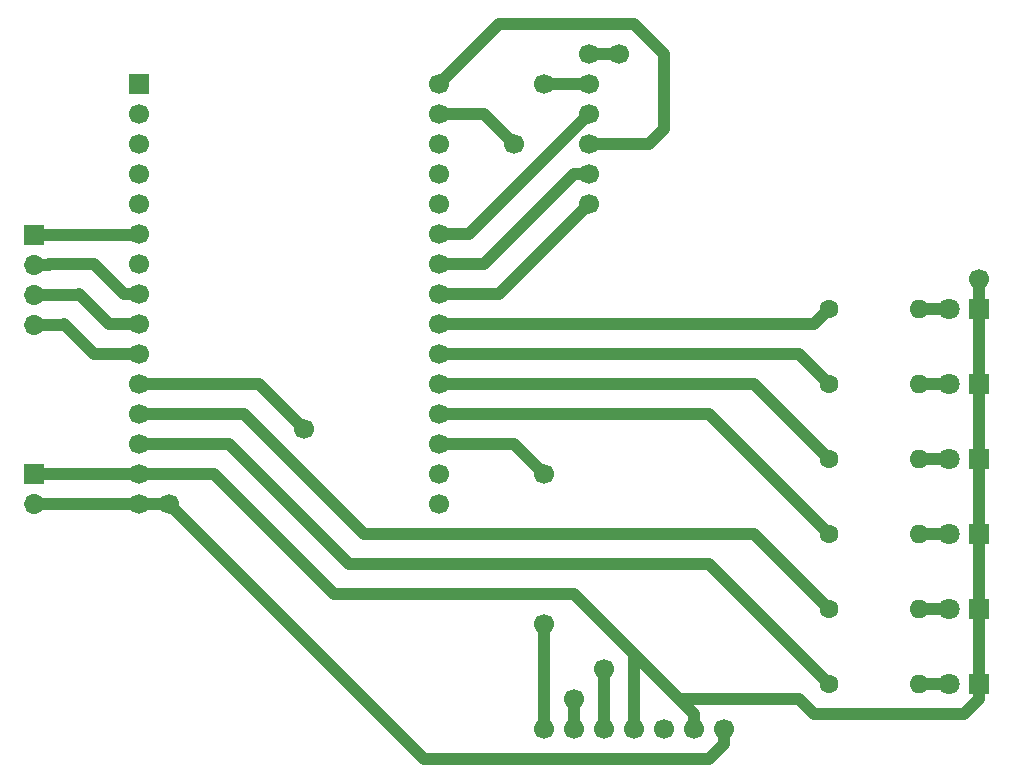
<source format=gbr>
%TF.GenerationSoftware,KiCad,Pcbnew,7.0.10*%
%TF.CreationDate,2024-04-22T12:45:59-04:00*%
%TF.ProjectId,ping_pong_esp32,70696e67-5f70-46f6-9e67-5f6573703332,rev?*%
%TF.SameCoordinates,Original*%
%TF.FileFunction,Copper,L2,Bot*%
%TF.FilePolarity,Positive*%
%FSLAX46Y46*%
G04 Gerber Fmt 4.6, Leading zero omitted, Abs format (unit mm)*
G04 Created by KiCad (PCBNEW 7.0.10) date 2024-04-22 12:45:59*
%MOMM*%
%LPD*%
G01*
G04 APERTURE LIST*
%TA.AperFunction,ComponentPad*%
%ADD10C,1.800000*%
%TD*%
%TA.AperFunction,ComponentPad*%
%ADD11R,1.800000X1.800000*%
%TD*%
%TA.AperFunction,ComponentPad*%
%ADD12R,1.700000X1.700000*%
%TD*%
%TA.AperFunction,ComponentPad*%
%ADD13O,1.700000X1.700000*%
%TD*%
%TA.AperFunction,ComponentPad*%
%ADD14C,1.700000*%
%TD*%
%TA.AperFunction,ComponentPad*%
%ADD15C,1.600000*%
%TD*%
%TA.AperFunction,ComponentPad*%
%ADD16O,1.600000X1.600000*%
%TD*%
%TA.AperFunction,ViaPad*%
%ADD17C,1.700000*%
%TD*%
%TA.AperFunction,Conductor*%
%ADD18C,1.000000*%
%TD*%
G04 APERTURE END LIST*
D10*
%TO.P,D106,2,A*%
%TO.N,Net-(D106-A)*%
X85090000Y-35560000D03*
D11*
%TO.P,D106,1,K*%
%TO.N,GND*%
X87630000Y-35560000D03*
%TD*%
%TO.P,D105,1,K*%
%TO.N,GND*%
X87630000Y-41910000D03*
D10*
%TO.P,D105,2,A*%
%TO.N,Net-(D105-A)*%
X85090000Y-41910000D03*
%TD*%
D11*
%TO.P,D104,1,K*%
%TO.N,GND*%
X87630000Y-48260000D03*
D10*
%TO.P,D104,2,A*%
%TO.N,Net-(D104-A)*%
X85090000Y-48260000D03*
%TD*%
D11*
%TO.P,D103,1,K*%
%TO.N,GND*%
X87630000Y-54610000D03*
D10*
%TO.P,D103,2,A*%
%TO.N,Net-(D103-A)*%
X85090000Y-54610000D03*
%TD*%
D11*
%TO.P,D102,1,K*%
%TO.N,GND*%
X87630000Y-60960000D03*
D10*
%TO.P,D102,2,A*%
%TO.N,Net-(D102-A)*%
X85090000Y-60960000D03*
%TD*%
D12*
%TO.P,J102,1,Pin_1*%
%TO.N,GND*%
X7620000Y-49530000D03*
D13*
%TO.P,J102,2,Pin_2*%
%TO.N,5V*%
X7620000Y-52070000D03*
%TD*%
D12*
%TO.P,J101,1,Pin_1*%
%TO.N,SPI_SS*%
X7645000Y-29220000D03*
D13*
%TO.P,J101,2,Pin_2*%
%TO.N,SPI_SCLK*%
X7645000Y-31760000D03*
%TO.P,J101,3,Pin_3*%
%TO.N,SPI_MISO*%
X7645000Y-34300000D03*
%TO.P,J101,4,Pin_4*%
%TO.N,SPI_MOSI*%
X7645000Y-36840000D03*
%TD*%
D14*
%TO.P,U103,1,LRC*%
%TO.N,5V*%
X66040000Y-71120000D03*
%TO.P,U103,2,BCLK*%
%TO.N,GND*%
X63500000Y-71120000D03*
%TO.P,U103,3,DIN*%
%TO.N,unconnected-(U103-DIN-Pad3)*%
X60960000Y-71120000D03*
%TO.P,U103,4,GAIN*%
%TO.N,GND*%
X58420000Y-71120000D03*
%TO.P,U103,5,SD*%
%TO.N,DIN*%
X55880000Y-71120000D03*
%TO.P,U103,6,GND*%
%TO.N,BCLK*%
X53340000Y-71120000D03*
%TO.P,U103,7,Vin*%
%TO.N,LRC*%
X50800000Y-71120000D03*
%TD*%
D12*
%TO.P,U102,1,EN*%
%TO.N,unconnected-(U102-EN-Pad1)*%
X16510000Y-16510000D03*
D14*
%TO.P,U102,2,VP*%
%TO.N,unconnected-(U102-VP-Pad2)*%
X16510000Y-19050000D03*
%TO.P,U102,3,VN*%
%TO.N,unconnected-(U102-VN-Pad3)*%
X16510000Y-21590000D03*
%TO.P,U102,4,D34*%
%TO.N,unconnected-(U102-D34-Pad4)*%
X16510000Y-24130000D03*
%TO.P,U102,5,D35*%
%TO.N,unconnected-(U102-D35-Pad5)*%
X16510000Y-26670000D03*
%TO.P,U102,6,D32*%
%TO.N,SPI_SS*%
X16510000Y-29210000D03*
%TO.P,U102,7,D33*%
%TO.N,unconnected-(U102-D33-Pad7)*%
X16510000Y-31750000D03*
%TO.P,U102,8,D25*%
%TO.N,SPI_SCLK*%
X16510000Y-34290000D03*
%TO.P,U102,9,D26*%
%TO.N,SPI_MISO*%
X16510000Y-36830000D03*
%TO.P,U102,10,D27*%
%TO.N,SPI_MOSI*%
X16510000Y-39370000D03*
%TO.P,U102,11,D14*%
%TO.N,BCLK*%
X16510000Y-41910000D03*
%TO.P,U102,12,D12*%
%TO.N,Net-(U102-D12)*%
X16510000Y-44450000D03*
%TO.P,U102,13,D13*%
%TO.N,Net-(U102-D13)*%
X16510000Y-46990000D03*
%TO.P,U102,14,GND*%
%TO.N,GND*%
X16510000Y-49530000D03*
%TO.P,U102,15,VIN*%
%TO.N,5V*%
X16510000Y-52070000D03*
%TO.P,U102,16,3V3*%
%TO.N,unconnected-(U102-3V3-Pad16)*%
X41910000Y-52070000D03*
%TO.P,U102,17,GND*%
%TO.N,unconnected-(U102-GND-Pad17)*%
X41910000Y-49530000D03*
%TO.P,U102,18,D15*%
%TO.N,LRC*%
X41910000Y-46990000D03*
%TO.P,U102,19,D2*%
%TO.N,Net-(U102-D2)*%
X41910000Y-44450000D03*
%TO.P,U102,20,D4*%
%TO.N,Net-(U102-D4)*%
X41910000Y-41910000D03*
%TO.P,U102,21,D16*%
%TO.N,Net-(U102-D16)*%
X41910000Y-39370000D03*
%TO.P,U102,22,D17*%
%TO.N,Net-(U102-D17)*%
X41910000Y-36830000D03*
%TO.P,U102,23,D5*%
%TO.N,Net-(U101-CS)*%
X41910000Y-34290000D03*
%TO.P,U102,24,D18*%
%TO.N,Net-(U101-SCK)*%
X41910000Y-31750000D03*
%TO.P,U102,25,D19*%
%TO.N,Net-(U101-MISO)*%
X41910000Y-29210000D03*
%TO.P,U102,26,D21*%
%TO.N,unconnected-(U102-D21-Pad26)*%
X41910000Y-26670000D03*
%TO.P,U102,27,RX0*%
%TO.N,unconnected-(U102-RX0-Pad27)*%
X41910000Y-24130000D03*
%TO.P,U102,28,TX0*%
%TO.N,unconnected-(U102-TX0-Pad28)*%
X41910000Y-21590000D03*
%TO.P,U102,29,D22*%
%TO.N,DIN*%
X41910000Y-19050000D03*
%TO.P,U102,30,D23*%
%TO.N,Net-(U101-MOSI)*%
X41910000Y-16510000D03*
%TD*%
%TO.P,U101,1,CS*%
%TO.N,Net-(U101-CS)*%
X54610000Y-26670000D03*
%TO.P,U101,2,SCK*%
%TO.N,Net-(U101-SCK)*%
X54610000Y-24130000D03*
%TO.P,U101,3,MOSI*%
%TO.N,Net-(U101-MOSI)*%
X54610000Y-21590000D03*
%TO.P,U101,4,MISO*%
%TO.N,Net-(U101-MISO)*%
X54610000Y-19050000D03*
%TO.P,U101,5,VCC*%
%TO.N,5V*%
X54610000Y-16510000D03*
%TO.P,U101,6,GND*%
%TO.N,GND*%
X54610000Y-13970000D03*
%TD*%
D15*
%TO.P,R106,1*%
%TO.N,Net-(U102-D17)*%
X74930000Y-35560000D03*
D16*
%TO.P,R106,2*%
%TO.N,Net-(D106-A)*%
X82550000Y-35560000D03*
%TD*%
D15*
%TO.P,R105,1*%
%TO.N,Net-(U102-D16)*%
X74930000Y-41910000D03*
D16*
%TO.P,R105,2*%
%TO.N,Net-(D105-A)*%
X82550000Y-41910000D03*
%TD*%
D15*
%TO.P,R104,1*%
%TO.N,Net-(U102-D4)*%
X74930000Y-48260000D03*
D16*
%TO.P,R104,2*%
%TO.N,Net-(D104-A)*%
X82550000Y-48260000D03*
%TD*%
D15*
%TO.P,R103,1*%
%TO.N,Net-(U102-D2)*%
X74930000Y-54610000D03*
D16*
%TO.P,R103,2*%
%TO.N,Net-(D103-A)*%
X82550000Y-54610000D03*
%TD*%
D15*
%TO.P,R102,1*%
%TO.N,Net-(U102-D12)*%
X74930000Y-60960000D03*
D16*
%TO.P,R102,2*%
%TO.N,Net-(D102-A)*%
X82550000Y-60960000D03*
%TD*%
D15*
%TO.P,R101,1*%
%TO.N,Net-(U102-D13)*%
X74930000Y-67310000D03*
D16*
%TO.P,R101,2*%
%TO.N,Net-(D101-A)*%
X82550000Y-67310000D03*
%TD*%
D11*
%TO.P,D101,1,K*%
%TO.N,GND*%
X87630000Y-67310000D03*
D10*
%TO.P,D101,2,A*%
%TO.N,Net-(D101-A)*%
X85090000Y-67310000D03*
%TD*%
D17*
%TO.N,LRC*%
X50800000Y-49530000D03*
X50800000Y-62230000D03*
%TO.N,BCLK*%
X30480000Y-45720000D03*
X53340000Y-68580000D03*
%TO.N,5V*%
X19050000Y-52070000D03*
%TO.N,GND*%
X87630000Y-33020000D03*
X57150000Y-13970000D03*
%TO.N,5V*%
X50800000Y-16510000D03*
%TO.N,DIN*%
X48260000Y-21590000D03*
X55880000Y-66040000D03*
%TD*%
D18*
%TO.N,GND*%
X86360000Y-69850000D02*
X87630000Y-68580000D01*
X73660000Y-69850000D02*
X86360000Y-69850000D01*
X62230000Y-68580000D02*
X72390000Y-68580000D01*
X72390000Y-68580000D02*
X73660000Y-69850000D01*
X62230000Y-68580000D02*
X63500000Y-69850000D01*
X87630000Y-68580000D02*
X87630000Y-67310000D01*
X58420000Y-64770000D02*
X62230000Y-68580000D01*
%TO.N,5V*%
X64770000Y-73660000D02*
X40640000Y-73660000D01*
X40640000Y-73660000D02*
X19050000Y-52070000D01*
X66040000Y-72390000D02*
X64770000Y-73660000D01*
X66040000Y-71120000D02*
X66040000Y-72390000D01*
%TO.N,GND*%
X63500000Y-69850000D02*
X63500000Y-71120000D01*
X58420000Y-64770000D02*
X58420000Y-71120000D01*
X53340000Y-59690000D02*
X58420000Y-64770000D01*
X33020000Y-59690000D02*
X53340000Y-59690000D01*
X22860000Y-49530000D02*
X33020000Y-59690000D01*
X16510000Y-49530000D02*
X22860000Y-49530000D01*
%TO.N,Net-(U102-D13)*%
X24130000Y-46990000D02*
X16510000Y-46990000D01*
X64770000Y-57150000D02*
X34290000Y-57150000D01*
X34290000Y-57150000D02*
X24130000Y-46990000D01*
X74930000Y-67310000D02*
X64770000Y-57150000D01*
%TO.N,Net-(U102-D12)*%
X68580000Y-54610000D02*
X74930000Y-60960000D01*
X35560000Y-54610000D02*
X68580000Y-54610000D01*
X25400000Y-44450000D02*
X35560000Y-54610000D01*
X16510000Y-44450000D02*
X25400000Y-44450000D01*
%TO.N,LRC*%
X50800000Y-62230000D02*
X50800000Y-71120000D01*
X48260000Y-46990000D02*
X50800000Y-49530000D01*
X41910000Y-46990000D02*
X48260000Y-46990000D01*
%TO.N,DIN*%
X55880000Y-71120000D02*
X55880000Y-66040000D01*
%TO.N,BCLK*%
X26670000Y-41910000D02*
X16510000Y-41910000D01*
X30480000Y-45720000D02*
X26670000Y-41910000D01*
X53340000Y-71120000D02*
X53340000Y-68580000D01*
%TO.N,5V*%
X19050000Y-52070000D02*
X16510000Y-52070000D01*
%TO.N,GND*%
X87630000Y-33020000D02*
X87630000Y-35560000D01*
X54610000Y-13970000D02*
X57150000Y-13970000D01*
%TO.N,Net-(U101-MOSI)*%
X54610000Y-21590000D02*
X59690000Y-21590000D01*
X60960000Y-13970000D02*
X60960000Y-20320000D01*
X60960000Y-20320000D02*
X59690000Y-21590000D01*
X58420000Y-11430000D02*
X60960000Y-13970000D01*
X46990000Y-11430000D02*
X58420000Y-11430000D01*
X41910000Y-16510000D02*
X46990000Y-11430000D01*
%TO.N,5V*%
X54610000Y-16510000D02*
X50800000Y-16510000D01*
%TO.N,DIN*%
X45720000Y-19050000D02*
X48260000Y-21590000D01*
X41910000Y-19050000D02*
X45720000Y-19050000D01*
%TO.N,Net-(U102-D2)*%
X64770000Y-44450000D02*
X74930000Y-54610000D01*
X41910000Y-44450000D02*
X64770000Y-44450000D01*
%TO.N,Net-(U102-D4)*%
X68580000Y-41910000D02*
X74930000Y-48260000D01*
X41910000Y-41910000D02*
X68580000Y-41910000D01*
%TO.N,Net-(U102-D16)*%
X72390000Y-39370000D02*
X74930000Y-41910000D01*
X41910000Y-39370000D02*
X72390000Y-39370000D01*
%TO.N,Net-(U102-D17)*%
X73660000Y-36830000D02*
X74930000Y-35560000D01*
X41910000Y-36830000D02*
X73660000Y-36830000D01*
%TO.N,Net-(U101-MISO)*%
X44450000Y-29210000D02*
X41910000Y-29210000D01*
X54610000Y-19050000D02*
X44450000Y-29210000D01*
%TO.N,Net-(U101-SCK)*%
X45720000Y-31750000D02*
X41910000Y-31750000D01*
X53340000Y-24130000D02*
X45720000Y-31750000D01*
X54610000Y-24130000D02*
X53340000Y-24130000D01*
%TO.N,Net-(U101-CS)*%
X46990000Y-34290000D02*
X41910000Y-34290000D01*
X54610000Y-26670000D02*
X46990000Y-34290000D01*
%TO.N,Net-(D101-A)*%
X85090000Y-67310000D02*
X82550000Y-67310000D01*
%TO.N,Net-(D102-A)*%
X85090000Y-60960000D02*
X82550000Y-60960000D01*
%TO.N,Net-(D103-A)*%
X85090000Y-54610000D02*
X82550000Y-54610000D01*
%TO.N,Net-(D104-A)*%
X82550000Y-48260000D02*
X85090000Y-48260000D01*
%TO.N,Net-(D105-A)*%
X85090000Y-41910000D02*
X82550000Y-41910000D01*
%TO.N,Net-(D106-A)*%
X85090000Y-35560000D02*
X82550000Y-35560000D01*
%TO.N,GND*%
X87630000Y-35560000D02*
X87630000Y-67310000D01*
%TO.N,5V*%
X7620000Y-52070000D02*
X16510000Y-52070000D01*
%TO.N,GND*%
X7620000Y-49530000D02*
X16510000Y-49530000D01*
%TO.N,SPI_MOSI*%
X10160000Y-36830000D02*
X12700000Y-39370000D01*
X12700000Y-39370000D02*
X16510000Y-39370000D01*
X10150000Y-36840000D02*
X10160000Y-36830000D01*
X7645000Y-36840000D02*
X10150000Y-36840000D01*
%TO.N,SPI_MISO*%
X11430000Y-34290000D02*
X13970000Y-36830000D01*
X13970000Y-36830000D02*
X16510000Y-36830000D01*
X11420000Y-34300000D02*
X11430000Y-34290000D01*
X7645000Y-34300000D02*
X11420000Y-34300000D01*
%TO.N,SPI_SCLK*%
X15240000Y-34290000D02*
X16510000Y-34290000D01*
X8900000Y-31760000D02*
X8910000Y-31750000D01*
X8910000Y-31750000D02*
X12700000Y-31750000D01*
X12700000Y-31750000D02*
X15240000Y-34290000D01*
X7645000Y-31760000D02*
X8900000Y-31760000D01*
%TO.N,SPI_SS*%
X16500000Y-29220000D02*
X16510000Y-29210000D01*
X7645000Y-29220000D02*
X16500000Y-29220000D01*
%TD*%
M02*

</source>
